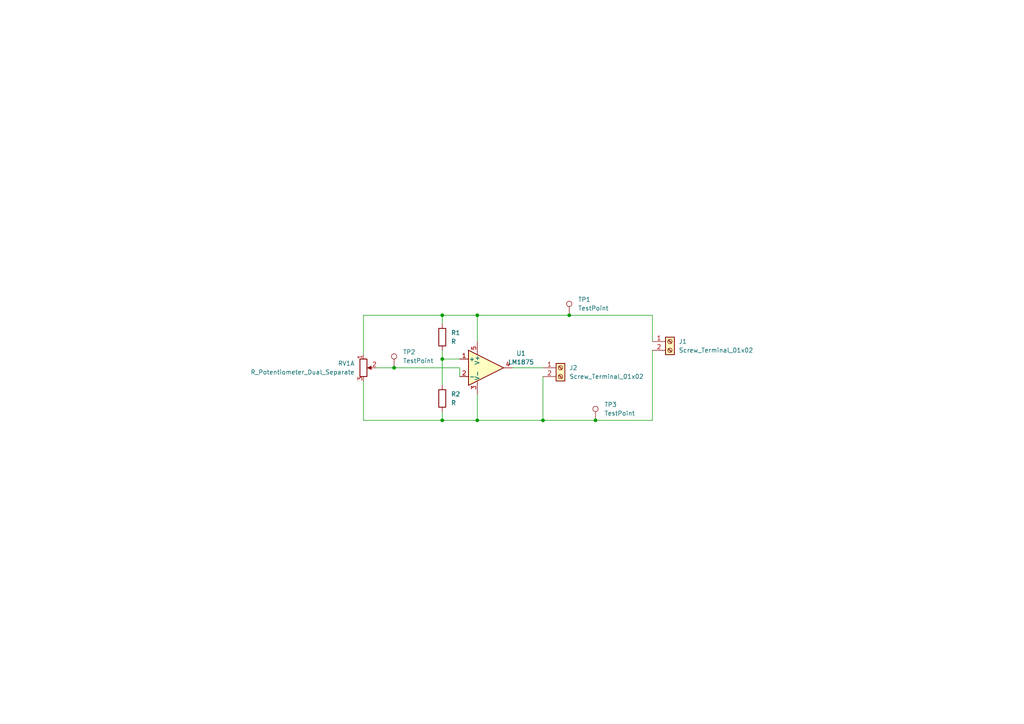
<source format=kicad_sch>
(kicad_sch (version 20230121) (generator eeschema)
  (paper "A4")
  (lib_symbols
    (symbol "Amplifier_Audio:LM1875" (pin_names (offset 0.127))
      (property "Reference" "U" (at 3.81 6.35 0))
      (property "Value" "LM1875" (at 3.81 3.81 0))
      (symbol "LM1875_0_1"
        (polyline (pts (xy -5.08 5.08) (xy 5.08 0) (xy -5.08 -5.08) (xy -5.08 5.08)) (stroke (width 0.254)) (fill (type background)))
      )
      (symbol "LM1875_1_1"
        (pin input line (at -7.62 2.54 0) (length 2.54) (name "+") (number "1"))
        (pin input line (at -7.62 -2.54 0) (length 2.54) (name "-") (number "2"))
        (pin power_in line (at -2.54 -7.62 90) (length 3.81) (name "V-") (number "3"))
        (pin output line (at 7.62 0 180) (length 2.54) (name "~") (number "4"))
        (pin power_in line (at -2.54 7.62 270) (length 3.81) (name "V+") (number "5"))
      )
    )
    (symbol "Connector:Screw_Terminal_01x02" (pin_names (offset 1.016) hide)
      (property "Reference" "J" (at 0 2.54 0))
      (property "Value" "Screw_Terminal_01x02" (at 0 -5.08 0))
      (symbol "Screw_Terminal_01x02_1_1"
        (rectangle (start -1.27 1.27) (end 1.27 -3.81) (stroke (width 0.254)) (fill (type background)))
        (circle (center 0 -2.54) (radius 0.635) (stroke (width 0.1524)))
        (polyline (pts (xy -0.5334 -2.2098) (xy 0.3302 -3.048)) (stroke (width 0.1524)))
        (polyline (pts (xy -0.5334 0.3302) (xy 0.3302 -0.508)) (stroke (width 0.1524)))
        (polyline (pts (xy -0.3556 -2.032) (xy 0.508 -2.8702)) (stroke (width 0.1524)))
        (polyline (pts (xy -0.3556 0.508) (xy 0.508 -0.3302)) (stroke (width 0.1524)))
        (circle (center 0 0) (radius 0.635) (stroke (width 0.1524)))
        (pin passive line (at -5.08 0 0) (length 3.81) (name "Pin_1") (number "1"))
        (pin passive line (at -5.08 -2.54 0) (length 3.81) (name "Pin_2") (number "2"))
      )
    )
    (symbol "Connector:TestPoint" (pin_numbers hide) (pin_names (offset 0.762) hide)
      (property "Reference" "TP" (at 0 6.858 0))
      (property "Value" "TestPoint" (at 0 5.08 0))
      (symbol "TestPoint_0_1"
        (circle (center 0 3.302) (radius 0.762))
      )
      (symbol "TestPoint_1_1"
        (pin passive line (at 0 0 90) (length 2.54) (name "1") (number "1"))
      )
    )
    (symbol "Device:R" (pin_numbers hide) (pin_names (offset 0))
      (property "Reference" "R" (at 2.032 0 90))
      (property "Value" "R" (at 0 0 90))
      (symbol "R_0_1"
        (rectangle (start -1.016 -2.54) (end 1.016 2.54) (stroke (width 0.254)))
      )
      (symbol "R_1_1"
        (pin passive line (at 0 3.81 270) (length 1.27) (name "~") (number "1"))
        (pin passive line (at 0 -3.81 90) (length 1.27) (name "~") (number "2"))
      )
    )
    (symbol "Device:R_Potentiometer_Dual_Separate" (pin_names (offset 1.016) hide)
      (property "Reference" "RV" (at -4.445 0 90))
      (property "Value" "R_Potentiometer_Dual_Separate" (at -2.54 0 90))
      (symbol "R_Potentiometer_Dual_Separate_0_1"
        (polyline (pts (xy 2.54 0) (xy 1.524 0)))
        (polyline (pts (xy 1.143 0) (xy 2.286 0.508) (xy 2.286 -0.508) (xy 1.143 0)) (fill (type outline)))
        (rectangle (start 1.016 2.54) (end -1.016 -2.54) (stroke (width 0.254)))
      )
      (symbol "R_Potentiometer_Dual_Separate_1_1"
        (pin passive line (at 0 3.81 270) (length 1.27) (name "1") (number "1"))
        (pin passive line (at 3.81 0 180) (length 1.27) (name "2") (number "2"))
        (pin passive line (at 0 -3.81 90) (length 1.27) (name "3") (number "3"))
      )
      (symbol "R_Potentiometer_Dual_Separate_2_1"
        (pin passive line (at 0 3.81 270) (length 1.27) (name "4") (number "4"))
        (pin passive line (at 3.81 0 180) (length 1.27) (name "5") (number "5"))
        (pin passive line (at 0 -3.81 90) (length 1.27) (name "6") (number "6"))
      )
    )
  )
  (junction (at 128.27 104.14))
  (junction (at 128.27 91.44))
  (junction (at 128.27 121.92))
  (junction (at 172.72 121.92))
  (junction (at 157.48 121.92))
  (junction (at 114.3 106.68))
  (junction (at 165.1 91.44))
  (junction (at 138.43 121.92))
  (junction (at 138.43 91.44))
  (wire (pts (xy 138.43 114.3) (xy 138.43 121.92)))
  (wire (pts (xy 189.23 121.92) (xy 172.72 121.92)))
  (wire (pts (xy 148.59 106.68) (xy 157.48 106.68)))
  (wire (pts (xy 128.27 101.6) (xy 128.27 104.14)))
  (wire (pts (xy 157.48 121.92) (xy 138.43 121.92)))
  (wire (pts (xy 105.41 121.92) (xy 128.27 121.92)))
  (wire (pts (xy 128.27 91.44) (xy 128.27 93.98)))
  (wire (pts (xy 128.27 121.92) (xy 128.27 119.38)))
  (wire (pts (xy 109.22 106.68) (xy 114.3 106.68)))
  (wire (pts (xy 105.41 102.87) (xy 105.41 91.44)))
  (wire (pts (xy 138.43 91.44) (xy 128.27 91.44)))
  (wire (pts (xy 128.27 104.14) (xy 128.27 111.76)))
  (wire (pts (xy 128.27 104.14) (xy 133.35 104.14)))
  (wire (pts (xy 105.41 110.49) (xy 105.41 121.92)))
  (wire (pts (xy 133.35 106.68) (xy 133.35 109.22)))
  (wire (pts (xy 114.3 106.68) (xy 133.35 106.68)))
  (wire (pts (xy 189.23 99.06) (xy 189.23 91.44)))
  (wire (pts (xy 189.23 101.6) (xy 189.23 121.92)))
  (wire (pts (xy 157.48 109.22) (xy 157.48 121.92)))
  (wire (pts (xy 172.72 121.92) (xy 157.48 121.92)))
  (wire (pts (xy 138.43 121.92) (xy 128.27 121.92)))
  (wire (pts (xy 189.23 91.44) (xy 165.1 91.44)))
  (wire (pts (xy 165.1 91.44) (xy 138.43 91.44)))
  (wire (pts (xy 138.43 99.06) (xy 138.43 91.44)))
  (wire (pts (xy 105.41 91.44) (xy 128.27 91.44)))
  (symbol (lib_id "Device:R_Potentiometer_Dual_Separate") (at 105.41 106.68 0) (unit 1)
    (property "Reference" "RV1" (at 102.87 105.41 0) (effects (justify right)))
    (property "Value" "R_Potentiometer_Dual_Separate" (at 102.87 107.95 0) (effects (justify right)))
  )
  (symbol (lib_id "Device:R") (at 128.27 97.79 0) (unit 1)
    (property "Reference" "R1" (at 130.81 96.52 0) (effects (justify left)))
    (property "Value" "R" (at 130.81 99.06 0) (effects (justify left)))
  )
  (symbol (lib_id "Connector:TestPoint") (at 165.1 91.44 0) (unit 1)
    (property "Reference" "TP1" (at 167.64 86.868 0) (effects (justify left)))
    (property "Value" "TestPoint" (at 167.64 89.408 0) (effects (justify left)))
    (property "Footprint" "Connector_Pin:Pin_D0.7mm_L6.5mm_W1.8mm_FlatFork" (effects hide))
  )
  (symbol (lib_id "Connector:Screw_Terminal_01x02") (at 162.56 106.68 0) (unit 1)
    (property "Reference" "J2" (at 165.1 106.68 0) (effects (justify left)))
    (property "Value" "Screw_Terminal_01x02" (at 165.1 109.22 0) (effects (justify left)))
  )
  (symbol (lib_id "Device:R") (at 128.27 115.57 0) (unit 1)
    (property "Reference" "R2" (at 130.81 114.3 0) (effects (justify left)))
    (property "Value" "R" (at 130.81 116.84 0) (effects (justify left)))
    (property "Footprint" "Resistor_THT:R_Axial_DIN0204_L3.6mm_D1.6mm_P5.08mm_Horizontal" (effects hide))
  )
  (symbol (lib_id "Amplifier_Audio:LM1875") (at 140.97 106.68 0) (unit 1)
    (property "Reference" "U1" (at 151.13 102.4891 0))
    (property "Value" "LM1875" (at 151.13 105.0291 0))
    (property "Footprint" "Package_TO_SOT_THT:TO-220-5_P3.4x3.7mm_StaggerOdd_Lead3.8mm_Vertical" (effects hide))
    (property "Datasheet" "http://www.ti.com/lit/ds/symlink/lm1875.pdf" (effects hide))
  )
  (symbol (lib_id "Connector:TestPoint") (at 172.72 121.92 0) (unit 1)
    (property "Reference" "TP3" (at 175.26 117.348 0) (effects (justify left)))
    (property "Value" "TestPoint" (at 175.26 119.888 0) (effects (justify left)))
  )
  (symbol (lib_id "Connector:Screw_Terminal_01x02") (at 194.31 99.06 0) (unit 1)
    (property "Reference" "J1" (at 196.85 99.06 0) (effects (justify left)))
    (property "Value" "Screw_Terminal_01x02" (at 196.85 101.6 0) (effects (justify left)))
    (property "Footprint" "TerminalBlock:TerminalBlock_Altech_AK300-2_P5.00mm" (effects hide))
  )
  (symbol (lib_id "Connector:TestPoint") (at 114.3 106.68 0) (unit 1)
    (property "Reference" "TP2" (at 116.84 102.108 0) (effects (justify left)))
    (property "Value" "TestPoint" (at 116.84 104.648 0) (effects (justify left)))
  )
)
</source>
